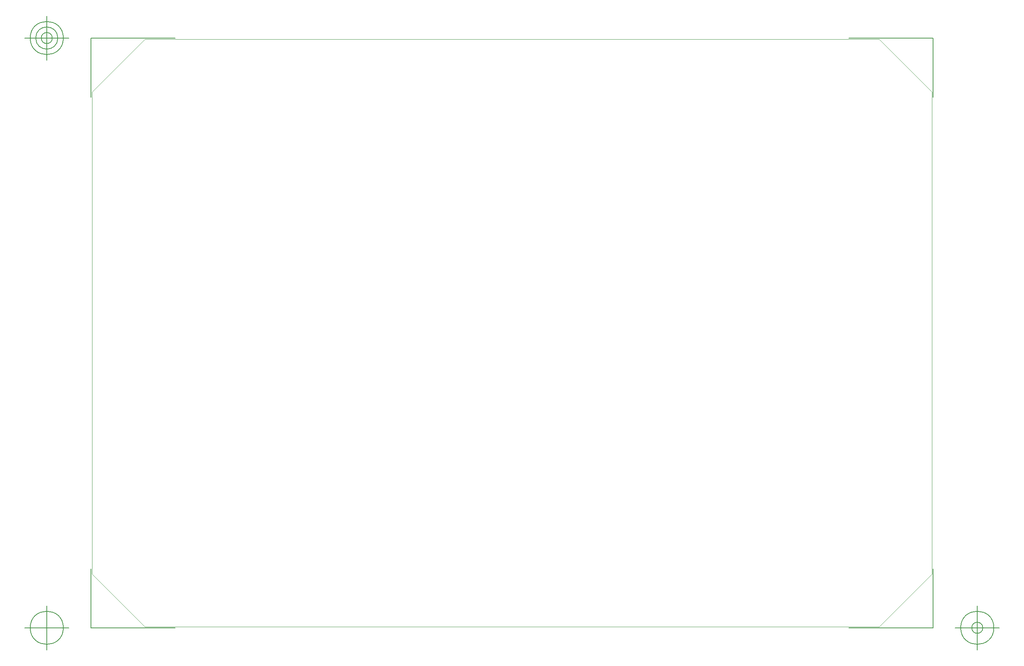
<source format=gbr>
G04 Generated by Ultiboard 14.3 *
%FSLAX34Y34*%
%MOMM*%

%ADD10C,0.0001*%
%ADD11C,0.0010*%
%ADD12C,0.1270*%


G04 ColorRGB 00FFFF for the following layer *
%LNBoard Outline*%
%LPD*%
G54D10*
G54D11*
X-10160Y1211580D02*
X109220Y1330960D01*
X1770380Y1330960D01*
X1889760Y1211580D02*
X1889760Y119380D01*
X1770380Y1330960D02*
X1889760Y1211580D01*
X109220Y0D02*
X-10160Y119380D01*
X-10160Y1211580D01*
X1770380Y0D02*
X109220Y0D01*
X1889760Y119380D02*
X1770380Y0D01*
G54D12*
X-12700Y-2540D02*
X-12700Y131064D01*
X-12700Y-2540D02*
X177800Y-2540D01*
X1892300Y-2540D02*
X1701800Y-2540D01*
X1892300Y-2540D02*
X1892300Y131064D01*
X1892300Y1333500D02*
X1892300Y1199896D01*
X1892300Y1333500D02*
X1701800Y1333500D01*
X-12700Y1333500D02*
X177800Y1333500D01*
X-12700Y1333500D02*
X-12700Y1199896D01*
X-62700Y-2540D02*
X-162700Y-2540D01*
X-112700Y-52540D02*
X-112700Y47460D01*
X-150200Y-2540D02*
G75*
D01*
G02X-150200Y-2540I37500J0*
G01*
X1942300Y-2540D02*
X2042300Y-2540D01*
X1992300Y-52540D02*
X1992300Y47460D01*
X1954800Y-2540D02*
G75*
D01*
G02X1954800Y-2540I37500J0*
G01*
X1979800Y-2540D02*
G75*
D01*
G02X1979800Y-2540I12500J0*
G01*
X-62700Y1333500D02*
X-162700Y1333500D01*
X-112700Y1283500D02*
X-112700Y1383500D01*
X-150200Y1333500D02*
G75*
D01*
G02X-150200Y1333500I37500J0*
G01*
X-137700Y1333500D02*
G75*
D01*
G02X-137700Y1333500I25000J0*
G01*
X-125200Y1333500D02*
G75*
D01*
G02X-125200Y1333500I12500J0*
G01*

M02*

</source>
